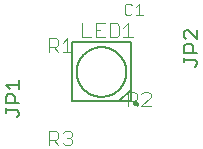
<source format=gbr>
G04 EAGLE Gerber RS-274X export*
G75*
%MOMM*%
%FSLAX34Y34*%
%LPD*%
%INSilkscreen Top*%
%IPPOS*%
%AMOC8*
5,1,8,0,0,1.08239X$1,22.5*%
G01*
%ADD10C,0.101600*%
%ADD11C,0.076200*%
%ADD12C,0.127000*%


D10*
X22098Y-28702D02*
X22098Y-17008D01*
X27945Y-17008D01*
X29894Y-18957D01*
X29894Y-22855D01*
X27945Y-24804D01*
X22098Y-24804D01*
X25996Y-24804D02*
X29894Y-28702D01*
X33792Y-28702D02*
X41588Y-28702D01*
X33792Y-28702D02*
X41588Y-20906D01*
X41588Y-18957D01*
X39639Y-17008D01*
X35741Y-17008D01*
X33792Y-18957D01*
X-44470Y17018D02*
X-44470Y28712D01*
X-38623Y28712D01*
X-36674Y26763D01*
X-36674Y22865D01*
X-38623Y20916D01*
X-44470Y20916D01*
X-40572Y20916D02*
X-36674Y17018D01*
X-32776Y24814D02*
X-28878Y28712D01*
X-28878Y17018D01*
X-32776Y17018D02*
X-24980Y17018D01*
X-44470Y-50028D02*
X-44470Y-61722D01*
X-44470Y-50028D02*
X-38623Y-50028D01*
X-36674Y-51977D01*
X-36674Y-55875D01*
X-38623Y-57824D01*
X-44470Y-57824D01*
X-40572Y-57824D02*
X-36674Y-61722D01*
X-32776Y-51977D02*
X-30827Y-50028D01*
X-26929Y-50028D01*
X-24980Y-51977D01*
X-24980Y-53926D01*
X-26929Y-55875D01*
X-28878Y-55875D01*
X-26929Y-55875D02*
X-24980Y-57824D01*
X-24980Y-59773D01*
X-26929Y-61722D01*
X-30827Y-61722D01*
X-32776Y-59773D01*
D11*
X25862Y56339D02*
X24294Y57907D01*
X21159Y57907D01*
X19591Y56339D01*
X19591Y50069D01*
X21159Y48501D01*
X24294Y48501D01*
X25862Y50069D01*
X28946Y54772D02*
X32082Y57907D01*
X32082Y48501D01*
X35217Y48501D02*
X28946Y48501D01*
D12*
X25000Y25000D02*
X-25000Y25000D01*
X25000Y25000D02*
X25000Y-15000D01*
X25000Y-25000D01*
X15000Y-25000D01*
X-25000Y-25000D01*
X-25000Y25000D01*
X15000Y-25000D02*
X25000Y-15000D01*
X27926Y-26880D02*
X27928Y-26805D01*
X27934Y-26731D01*
X27944Y-26657D01*
X27957Y-26584D01*
X27975Y-26511D01*
X27996Y-26440D01*
X28021Y-26369D01*
X28050Y-26300D01*
X28083Y-26233D01*
X28119Y-26168D01*
X28158Y-26104D01*
X28200Y-26043D01*
X28246Y-25984D01*
X28295Y-25927D01*
X28347Y-25874D01*
X28401Y-25823D01*
X28458Y-25774D01*
X28518Y-25730D01*
X28580Y-25688D01*
X28644Y-25649D01*
X28710Y-25614D01*
X28777Y-25583D01*
X28847Y-25555D01*
X28917Y-25531D01*
X28989Y-25510D01*
X29062Y-25494D01*
X29135Y-25481D01*
X29210Y-25472D01*
X29284Y-25467D01*
X29359Y-25466D01*
X29433Y-25469D01*
X29508Y-25476D01*
X29581Y-25487D01*
X29655Y-25501D01*
X29727Y-25520D01*
X29798Y-25542D01*
X29868Y-25568D01*
X29937Y-25598D01*
X30003Y-25631D01*
X30068Y-25668D01*
X30131Y-25708D01*
X30192Y-25752D01*
X30250Y-25798D01*
X30306Y-25848D01*
X30359Y-25900D01*
X30410Y-25955D01*
X30457Y-26013D01*
X30501Y-26073D01*
X30542Y-26136D01*
X30580Y-26200D01*
X30614Y-26266D01*
X30645Y-26335D01*
X30672Y-26404D01*
X30695Y-26475D01*
X30714Y-26547D01*
X30730Y-26620D01*
X30742Y-26694D01*
X30750Y-26768D01*
X30754Y-26843D01*
X30754Y-26917D01*
X30750Y-26992D01*
X30742Y-27066D01*
X30730Y-27140D01*
X30714Y-27213D01*
X30695Y-27285D01*
X30672Y-27356D01*
X30645Y-27425D01*
X30614Y-27494D01*
X30580Y-27560D01*
X30542Y-27624D01*
X30501Y-27687D01*
X30457Y-27747D01*
X30410Y-27805D01*
X30359Y-27860D01*
X30306Y-27912D01*
X30250Y-27962D01*
X30192Y-28008D01*
X30131Y-28052D01*
X30068Y-28092D01*
X30003Y-28129D01*
X29937Y-28162D01*
X29868Y-28192D01*
X29798Y-28218D01*
X29727Y-28240D01*
X29655Y-28259D01*
X29581Y-28273D01*
X29508Y-28284D01*
X29433Y-28291D01*
X29359Y-28294D01*
X29284Y-28293D01*
X29210Y-28288D01*
X29135Y-28279D01*
X29062Y-28266D01*
X28989Y-28250D01*
X28917Y-28229D01*
X28847Y-28205D01*
X28777Y-28177D01*
X28710Y-28146D01*
X28644Y-28111D01*
X28580Y-28072D01*
X28518Y-28030D01*
X28458Y-27986D01*
X28401Y-27937D01*
X28347Y-27886D01*
X28295Y-27833D01*
X28246Y-27776D01*
X28200Y-27717D01*
X28158Y-27656D01*
X28119Y-27592D01*
X28083Y-27527D01*
X28050Y-27460D01*
X28021Y-27391D01*
X27996Y-27320D01*
X27975Y-27249D01*
X27957Y-27176D01*
X27944Y-27103D01*
X27934Y-27029D01*
X27928Y-26955D01*
X27926Y-26880D01*
X-21000Y0D02*
X-20994Y515D01*
X-20975Y1030D01*
X-20943Y1545D01*
X-20899Y2058D01*
X-20842Y2571D01*
X-20773Y3081D01*
X-20691Y3590D01*
X-20596Y4097D01*
X-20490Y4601D01*
X-20371Y5103D01*
X-20239Y5601D01*
X-20096Y6096D01*
X-19940Y6587D01*
X-19772Y7075D01*
X-19593Y7558D01*
X-19401Y8036D01*
X-19198Y8510D01*
X-18984Y8979D01*
X-18758Y9442D01*
X-18520Y9899D01*
X-18272Y10351D01*
X-18012Y10796D01*
X-17742Y11235D01*
X-17461Y11667D01*
X-17169Y12092D01*
X-16867Y12510D01*
X-16555Y12920D01*
X-16233Y13322D01*
X-15901Y13717D01*
X-15560Y14103D01*
X-15209Y14480D01*
X-14849Y14849D01*
X-14480Y15209D01*
X-14103Y15560D01*
X-13717Y15901D01*
X-13322Y16233D01*
X-12920Y16555D01*
X-12510Y16867D01*
X-12092Y17169D01*
X-11667Y17461D01*
X-11235Y17742D01*
X-10796Y18012D01*
X-10351Y18272D01*
X-9899Y18520D01*
X-9442Y18758D01*
X-8979Y18984D01*
X-8510Y19198D01*
X-8036Y19401D01*
X-7558Y19593D01*
X-7075Y19772D01*
X-6587Y19940D01*
X-6096Y20096D01*
X-5601Y20239D01*
X-5103Y20371D01*
X-4601Y20490D01*
X-4097Y20596D01*
X-3590Y20691D01*
X-3081Y20773D01*
X-2571Y20842D01*
X-2058Y20899D01*
X-1545Y20943D01*
X-1030Y20975D01*
X-515Y20994D01*
X0Y21000D01*
X515Y20994D01*
X1030Y20975D01*
X1545Y20943D01*
X2058Y20899D01*
X2571Y20842D01*
X3081Y20773D01*
X3590Y20691D01*
X4097Y20596D01*
X4601Y20490D01*
X5103Y20371D01*
X5601Y20239D01*
X6096Y20096D01*
X6587Y19940D01*
X7075Y19772D01*
X7558Y19593D01*
X8036Y19401D01*
X8510Y19198D01*
X8979Y18984D01*
X9442Y18758D01*
X9899Y18520D01*
X10351Y18272D01*
X10796Y18012D01*
X11235Y17742D01*
X11667Y17461D01*
X12092Y17169D01*
X12510Y16867D01*
X12920Y16555D01*
X13322Y16233D01*
X13717Y15901D01*
X14103Y15560D01*
X14480Y15209D01*
X14849Y14849D01*
X15209Y14480D01*
X15560Y14103D01*
X15901Y13717D01*
X16233Y13322D01*
X16555Y12920D01*
X16867Y12510D01*
X17169Y12092D01*
X17461Y11667D01*
X17742Y11235D01*
X18012Y10796D01*
X18272Y10351D01*
X18520Y9899D01*
X18758Y9442D01*
X18984Y8979D01*
X19198Y8510D01*
X19401Y8036D01*
X19593Y7558D01*
X19772Y7075D01*
X19940Y6587D01*
X20096Y6096D01*
X20239Y5601D01*
X20371Y5103D01*
X20490Y4601D01*
X20596Y4097D01*
X20691Y3590D01*
X20773Y3081D01*
X20842Y2571D01*
X20899Y2058D01*
X20943Y1545D01*
X20975Y1030D01*
X20994Y515D01*
X21000Y0D01*
X20994Y-515D01*
X20975Y-1030D01*
X20943Y-1545D01*
X20899Y-2058D01*
X20842Y-2571D01*
X20773Y-3081D01*
X20691Y-3590D01*
X20596Y-4097D01*
X20490Y-4601D01*
X20371Y-5103D01*
X20239Y-5601D01*
X20096Y-6096D01*
X19940Y-6587D01*
X19772Y-7075D01*
X19593Y-7558D01*
X19401Y-8036D01*
X19198Y-8510D01*
X18984Y-8979D01*
X18758Y-9442D01*
X18520Y-9899D01*
X18272Y-10351D01*
X18012Y-10796D01*
X17742Y-11235D01*
X17461Y-11667D01*
X17169Y-12092D01*
X16867Y-12510D01*
X16555Y-12920D01*
X16233Y-13322D01*
X15901Y-13717D01*
X15560Y-14103D01*
X15209Y-14480D01*
X14849Y-14849D01*
X14480Y-15209D01*
X14103Y-15560D01*
X13717Y-15901D01*
X13322Y-16233D01*
X12920Y-16555D01*
X12510Y-16867D01*
X12092Y-17169D01*
X11667Y-17461D01*
X11235Y-17742D01*
X10796Y-18012D01*
X10351Y-18272D01*
X9899Y-18520D01*
X9442Y-18758D01*
X8979Y-18984D01*
X8510Y-19198D01*
X8036Y-19401D01*
X7558Y-19593D01*
X7075Y-19772D01*
X6587Y-19940D01*
X6096Y-20096D01*
X5601Y-20239D01*
X5103Y-20371D01*
X4601Y-20490D01*
X4097Y-20596D01*
X3590Y-20691D01*
X3081Y-20773D01*
X2571Y-20842D01*
X2058Y-20899D01*
X1545Y-20943D01*
X1030Y-20975D01*
X515Y-20994D01*
X0Y-21000D01*
X-515Y-20994D01*
X-1030Y-20975D01*
X-1545Y-20943D01*
X-2058Y-20899D01*
X-2571Y-20842D01*
X-3081Y-20773D01*
X-3590Y-20691D01*
X-4097Y-20596D01*
X-4601Y-20490D01*
X-5103Y-20371D01*
X-5601Y-20239D01*
X-6096Y-20096D01*
X-6587Y-19940D01*
X-7075Y-19772D01*
X-7558Y-19593D01*
X-8036Y-19401D01*
X-8510Y-19198D01*
X-8979Y-18984D01*
X-9442Y-18758D01*
X-9899Y-18520D01*
X-10351Y-18272D01*
X-10796Y-18012D01*
X-11235Y-17742D01*
X-11667Y-17461D01*
X-12092Y-17169D01*
X-12510Y-16867D01*
X-12920Y-16555D01*
X-13322Y-16233D01*
X-13717Y-15901D01*
X-14103Y-15560D01*
X-14480Y-15209D01*
X-14849Y-14849D01*
X-15209Y-14480D01*
X-15560Y-14103D01*
X-15901Y-13717D01*
X-16233Y-13322D01*
X-16555Y-12920D01*
X-16867Y-12510D01*
X-17169Y-12092D01*
X-17461Y-11667D01*
X-17742Y-11235D01*
X-18012Y-10796D01*
X-18272Y-10351D01*
X-18520Y-9899D01*
X-18758Y-9442D01*
X-18984Y-8979D01*
X-19198Y-8510D01*
X-19401Y-8036D01*
X-19593Y-7558D01*
X-19772Y-7075D01*
X-19940Y-6587D01*
X-20096Y-6096D01*
X-20239Y-5601D01*
X-20371Y-5103D01*
X-20490Y-4601D01*
X-20596Y-4097D01*
X-20691Y-3590D01*
X-20773Y-3081D01*
X-20842Y-2571D01*
X-20899Y-2058D01*
X-20943Y-1545D01*
X-20975Y-1030D01*
X-20994Y-515D01*
X-21000Y0D01*
D10*
X-16492Y29508D02*
X-16492Y41202D01*
X-16492Y29508D02*
X-8696Y29508D01*
X-4798Y41202D02*
X2998Y41202D01*
X-4798Y41202D02*
X-4798Y29508D01*
X2998Y29508D01*
X-900Y35355D02*
X-4798Y35355D01*
X6896Y41202D02*
X6896Y29508D01*
X12743Y29508D01*
X14692Y31457D01*
X14692Y39253D01*
X12743Y41202D01*
X6896Y41202D01*
X18590Y37304D02*
X22488Y41202D01*
X22488Y29508D01*
X18590Y29508D02*
X26386Y29508D01*
D12*
X-69723Y-36320D02*
X-71630Y-38227D01*
X-69723Y-36320D02*
X-69723Y-34414D01*
X-71630Y-32507D01*
X-81163Y-32507D01*
X-81163Y-30601D02*
X-81163Y-34414D01*
X-81163Y-26533D02*
X-69723Y-26533D01*
X-81163Y-26533D02*
X-81163Y-20813D01*
X-79256Y-18907D01*
X-75443Y-18907D01*
X-73536Y-20813D01*
X-73536Y-26533D01*
X-77350Y-14839D02*
X-81163Y-11026D01*
X-69723Y-11026D01*
X-69723Y-14839D02*
X-69723Y-7213D01*
X79246Y4415D02*
X81153Y6322D01*
X81153Y8228D01*
X79246Y10135D01*
X69713Y10135D01*
X69713Y8228D02*
X69713Y12042D01*
X69713Y16109D02*
X81153Y16109D01*
X69713Y16109D02*
X69713Y21829D01*
X71620Y23736D01*
X75433Y23736D01*
X77340Y21829D01*
X77340Y16109D01*
X81153Y27803D02*
X81153Y35429D01*
X81153Y27803D02*
X73527Y35429D01*
X71620Y35429D01*
X69713Y33523D01*
X69713Y29710D01*
X71620Y27803D01*
M02*

</source>
